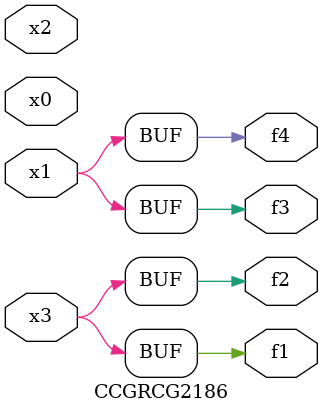
<source format=v>
module CCGRCG2186(
	input x0, x1, x2, x3,
	output f1, f2, f3, f4
);
	assign f1 = x3;
	assign f2 = x3;
	assign f3 = x1;
	assign f4 = x1;
endmodule

</source>
